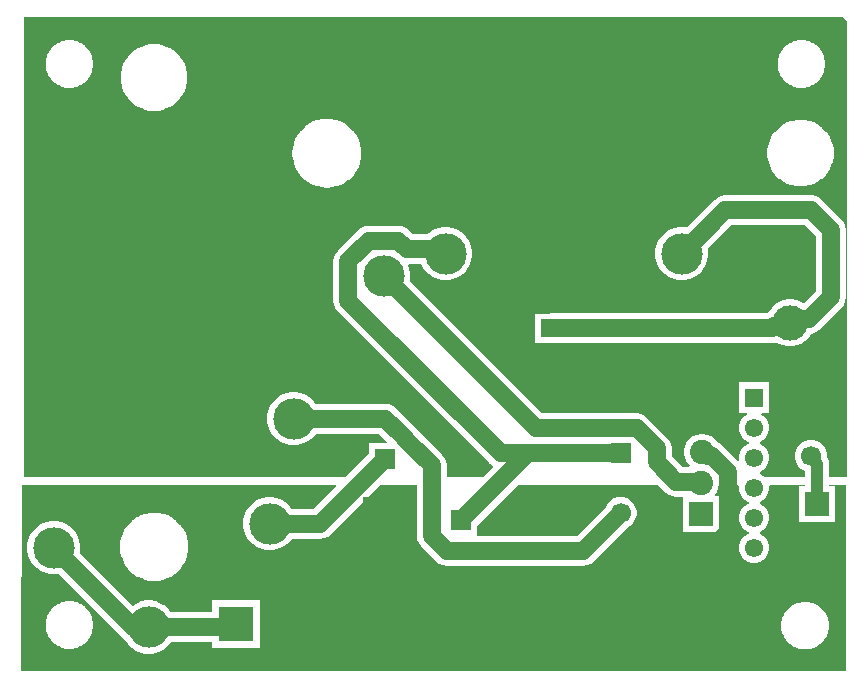
<source format=gbl>
G04*
G04 #@! TF.GenerationSoftware,Altium Limited,Altium Designer,23.7.1 (13)*
G04*
G04 Layer_Physical_Order=2*
G04 Layer_Color=16711680*
%FSAX25Y25*%
%MOIN*%
G70*
G04*
G04 #@! TF.SameCoordinates,D3BDAB34-4FC1-430C-B3A9-8A659056F9B6*
G04*
G04*
G04 #@! TF.FilePolarity,Positive*
G04*
G01*
G75*
%ADD10C,0.03937*%
%ADD11C,0.05906*%
%ADD12C,0.13780*%
%ADD13R,0.05906X0.05906*%
%ADD14C,0.05906*%
%ADD15C,0.06102*%
%ADD16R,0.06102X0.06102*%
%ADD17R,0.06693X0.06693*%
%ADD18C,0.06693*%
%ADD19R,0.08071X0.08071*%
%ADD20C,0.08071*%
%ADD21C,0.11811*%
%ADD22R,0.11811X0.11811*%
%ADD23R,0.07874X0.07874*%
%ADD24C,0.07874*%
%ADD25R,0.11811X0.11811*%
G36*
X0375000Y0325500D02*
Y0173500D01*
X0369003D01*
Y0177754D01*
X0368866Y0178790D01*
X0368466Y0179756D01*
X0368347Y0179912D01*
Y0181204D01*
X0367982Y0182564D01*
X0367278Y0183783D01*
X0366283Y0184778D01*
X0365064Y0185482D01*
X0363704Y0185846D01*
X0362296D01*
X0360936Y0185482D01*
X0359717Y0184778D01*
X0358722Y0183783D01*
X0358018Y0182564D01*
X0357653Y0181204D01*
Y0179796D01*
X0358018Y0178436D01*
X0358722Y0177217D01*
X0359717Y0176222D01*
X0360936Y0175518D01*
X0360997Y0175502D01*
Y0173500D01*
X0347643D01*
X0347101Y0174042D01*
X0345950Y0174707D01*
X0345789Y0174750D01*
Y0175250D01*
X0345950Y0175293D01*
X0347101Y0175958D01*
X0348042Y0176899D01*
X0348707Y0178050D01*
X0349051Y0179335D01*
Y0180665D01*
X0348707Y0181950D01*
X0348042Y0183101D01*
X0347101Y0184042D01*
X0345950Y0184707D01*
X0345789Y0184750D01*
Y0185250D01*
X0345950Y0185293D01*
X0347101Y0185958D01*
X0348042Y0186899D01*
X0348707Y0188050D01*
X0349051Y0189335D01*
Y0190665D01*
X0348707Y0191950D01*
X0348042Y0193102D01*
X0347101Y0194042D01*
X0346397Y0194449D01*
X0346531Y0194949D01*
X0349051D01*
Y0205051D01*
X0338949D01*
Y0194949D01*
X0341469D01*
X0341603Y0194449D01*
X0340898Y0194042D01*
X0339958Y0193102D01*
X0339293Y0191950D01*
X0338949Y0190665D01*
Y0189335D01*
X0339293Y0188050D01*
X0339958Y0186899D01*
X0340898Y0185958D01*
X0342050Y0185293D01*
X0342211Y0185250D01*
Y0184750D01*
X0342050Y0184707D01*
X0340898Y0184042D01*
X0339958Y0183101D01*
X0339293Y0181950D01*
X0338949Y0180665D01*
Y0179335D01*
X0338982Y0179212D01*
X0338533Y0178953D01*
X0333493Y0183994D01*
X0332458Y0184788D01*
X0331735Y0185087D01*
X0331310Y0185724D01*
X0330469Y0186564D01*
X0329481Y0187225D01*
X0328382Y0187680D01*
X0327217Y0187912D01*
X0326028D01*
X0324862Y0187680D01*
X0323763Y0187225D01*
X0322775Y0186564D01*
X0321934Y0185724D01*
X0321273Y0184735D01*
X0320819Y0183637D01*
X0320587Y0182471D01*
Y0181282D01*
X0320819Y0180116D01*
X0321273Y0179017D01*
X0321934Y0178029D01*
X0322571Y0177392D01*
X0322363Y0176892D01*
X0320172D01*
X0316476Y0180588D01*
Y0183160D01*
X0316306Y0184452D01*
X0315807Y0185657D01*
X0315013Y0186692D01*
X0308391Y0193314D01*
X0307356Y0194108D01*
X0306152Y0194607D01*
X0304859Y0194777D01*
X0294063D01*
X0293823Y0194746D01*
X0273319D01*
X0229232Y0238832D01*
X0229390Y0239624D01*
Y0241376D01*
X0229048Y0243093D01*
X0228618Y0244131D01*
X0228896Y0244547D01*
X0232953D01*
X0233252Y0243825D01*
X0234225Y0242369D01*
X0235463Y0241130D01*
X0236919Y0240157D01*
X0238537Y0239487D01*
X0240254Y0239146D01*
X0242006D01*
X0243723Y0239487D01*
X0245341Y0240157D01*
X0246797Y0241130D01*
X0248035Y0242369D01*
X0249008Y0243825D01*
X0249678Y0245442D01*
X0250020Y0247160D01*
Y0248911D01*
X0249678Y0250628D01*
X0249008Y0252246D01*
X0248035Y0253702D01*
X0246797Y0254941D01*
X0245341Y0255913D01*
X0243723Y0256584D01*
X0242006Y0256925D01*
X0240254D01*
X0238537Y0256584D01*
X0236919Y0255913D01*
X0235463Y0254941D01*
X0235060Y0254538D01*
X0230275D01*
X0228938Y0255875D01*
X0227903Y0256669D01*
X0226698Y0257168D01*
X0225405Y0257338D01*
X0215595D01*
X0214302Y0257168D01*
X0213097Y0256669D01*
X0212062Y0255875D01*
X0205125Y0248938D01*
X0204331Y0247903D01*
X0203832Y0246698D01*
X0203662Y0245405D01*
Y0232343D01*
X0203832Y0231050D01*
X0204331Y0229845D01*
X0205125Y0228810D01*
X0255985Y0177950D01*
X0256809Y0177318D01*
X0256907Y0176708D01*
X0253699Y0173500D01*
X0241495D01*
Y0177500D01*
X0241325Y0178793D01*
X0240826Y0179998D01*
X0240032Y0181032D01*
X0232636Y0188429D01*
X0232635Y0188430D01*
X0229733Y0191332D01*
X0229732Y0191333D01*
X0224564Y0196501D01*
X0223529Y0197295D01*
X0222324Y0197794D01*
X0221031Y0197964D01*
X0207786D01*
X0207547Y0197995D01*
X0197854D01*
X0197405Y0198667D01*
X0196167Y0199905D01*
X0194711Y0200878D01*
X0193093Y0201548D01*
X0191376Y0201890D01*
X0189624D01*
X0187907Y0201548D01*
X0186289Y0200878D01*
X0184833Y0199905D01*
X0183595Y0198667D01*
X0182622Y0197211D01*
X0181952Y0195593D01*
X0181610Y0193876D01*
Y0192124D01*
X0181952Y0190407D01*
X0182622Y0188789D01*
X0183595Y0187333D01*
X0184833Y0186095D01*
X0186289Y0185122D01*
X0187907Y0184452D01*
X0189624Y0184110D01*
X0191376D01*
X0193093Y0184452D01*
X0194711Y0185122D01*
X0196167Y0186095D01*
X0197405Y0187333D01*
X0197854Y0188005D01*
X0207339D01*
X0207578Y0187973D01*
X0218962D01*
X0221627Y0185308D01*
X0221436Y0184846D01*
X0215457D01*
Y0181218D01*
X0207738Y0173500D01*
X0100500D01*
Y0327000D01*
X0373500D01*
X0375000Y0325500D01*
D02*
G37*
G36*
X0374500Y0165500D02*
Y0109000D01*
X0099855D01*
X0099503Y0109355D01*
X0100000Y0171000D01*
X0204585Y0171000D01*
X0204777Y0170538D01*
X0197234Y0162996D01*
X0189854D01*
X0189405Y0163667D01*
X0188167Y0164905D01*
X0186711Y0165878D01*
X0185093Y0166548D01*
X0183376Y0166890D01*
X0181624D01*
X0179907Y0166548D01*
X0178289Y0165878D01*
X0176833Y0164905D01*
X0175595Y0163667D01*
X0174622Y0162211D01*
X0173952Y0160593D01*
X0173610Y0158876D01*
Y0157124D01*
X0173952Y0155407D01*
X0174622Y0153789D01*
X0175595Y0152333D01*
X0176833Y0151095D01*
X0178289Y0150122D01*
X0179907Y0149452D01*
X0181624Y0149110D01*
X0183376D01*
X0185093Y0149452D01*
X0186711Y0150122D01*
X0188167Y0151095D01*
X0189405Y0152333D01*
X0189854Y0153005D01*
X0199303D01*
X0200596Y0153175D01*
X0201801Y0153674D01*
X0202835Y0154468D01*
X0213500Y0165132D01*
Y0167000D01*
X0215368D01*
X0219368Y0171000D01*
X0231505D01*
Y0154000D01*
X0231675Y0152707D01*
X0232174Y0151502D01*
X0232968Y0150468D01*
X0237968Y0145468D01*
X0239002Y0144674D01*
X0240207Y0144175D01*
X0241500Y0144004D01*
X0286978D01*
X0288271Y0144175D01*
X0289476Y0144674D01*
X0290510Y0145468D01*
X0301569Y0156526D01*
X0302743Y0157204D01*
X0303739Y0158200D01*
X0304443Y0159419D01*
X0304807Y0160779D01*
Y0162187D01*
X0304443Y0163546D01*
X0303739Y0164765D01*
X0302743Y0165761D01*
X0301524Y0166465D01*
X0300165Y0166829D01*
X0298757D01*
X0297397Y0166465D01*
X0296178Y0165761D01*
X0295182Y0164765D01*
X0294504Y0163591D01*
X0284909Y0153996D01*
X0251693D01*
Y0157364D01*
X0265328Y0171000D01*
X0311935Y0171000D01*
X0314571Y0168365D01*
X0315605Y0167571D01*
X0316810Y0167072D01*
X0318103Y0166901D01*
X0320193D01*
Y0155053D01*
X0332264D01*
Y0167124D01*
X0331059D01*
X0330867Y0167586D01*
X0330916Y0167635D01*
X0331577Y0168624D01*
X0332032Y0169722D01*
X0332264Y0170888D01*
Y0171000D01*
X0338692D01*
X0338949Y0170665D01*
Y0169335D01*
X0339293Y0168050D01*
X0339958Y0166899D01*
X0340898Y0165958D01*
X0342050Y0165293D01*
X0342211Y0165250D01*
Y0164750D01*
X0342050Y0164707D01*
X0340898Y0164042D01*
X0339958Y0163101D01*
X0339293Y0161950D01*
X0338949Y0160665D01*
Y0159335D01*
X0339293Y0158050D01*
X0339958Y0156898D01*
X0340898Y0155958D01*
X0342050Y0155293D01*
X0342211Y0155250D01*
Y0154750D01*
X0342050Y0154707D01*
X0340898Y0154042D01*
X0339958Y0153102D01*
X0339293Y0151950D01*
X0338949Y0150665D01*
Y0149335D01*
X0339293Y0148050D01*
X0339958Y0146898D01*
X0340898Y0145958D01*
X0342050Y0145293D01*
X0343335Y0144949D01*
X0344665D01*
X0345950Y0145293D01*
X0347101Y0145958D01*
X0348042Y0146898D01*
X0348707Y0148050D01*
X0349051Y0149335D01*
Y0150665D01*
X0348707Y0151950D01*
X0348042Y0153102D01*
X0347101Y0154042D01*
X0345950Y0154707D01*
X0345789Y0154750D01*
Y0155250D01*
X0345950Y0155293D01*
X0347101Y0155958D01*
X0348042Y0156898D01*
X0348707Y0158050D01*
X0349051Y0159335D01*
Y0160665D01*
X0348707Y0161950D01*
X0348042Y0163101D01*
X0347101Y0164042D01*
X0345950Y0164707D01*
X0345789Y0164750D01*
Y0165250D01*
X0345950Y0165293D01*
X0347101Y0165958D01*
X0348042Y0166899D01*
X0348707Y0168050D01*
X0349051Y0169335D01*
Y0170665D01*
X0349308Y0171000D01*
X0360997D01*
Y0170437D01*
X0359063D01*
Y0158563D01*
X0370937D01*
Y0170437D01*
X0369003D01*
Y0171000D01*
X0374500D01*
Y0165500D01*
D02*
G37*
%LPC*%
G36*
X0360334Y0319197D02*
X0359170D01*
X0358973Y0319158D01*
X0358772D01*
X0357632Y0318931D01*
X0357446Y0318854D01*
X0357249Y0318814D01*
X0356174Y0318369D01*
X0356007Y0318258D01*
X0355822Y0318181D01*
X0354854Y0317535D01*
X0354713Y0317392D01*
X0354545Y0317281D01*
X0353723Y0316458D01*
X0353611Y0316291D01*
X0353469Y0316149D01*
X0352823Y0315182D01*
X0352746Y0314997D01*
X0352635Y0314830D01*
X0352189Y0313755D01*
X0352150Y0313558D01*
X0352073Y0313372D01*
X0351847Y0312231D01*
Y0312031D01*
X0351807Y0311834D01*
Y0310670D01*
X0351847Y0310473D01*
Y0310273D01*
X0352073Y0309132D01*
X0352150Y0308946D01*
X0352189Y0308749D01*
X0352635Y0307674D01*
X0352746Y0307507D01*
X0352823Y0307322D01*
X0353469Y0306354D01*
X0353611Y0306212D01*
X0353723Y0306046D01*
X0354545Y0305223D01*
X0354713Y0305111D01*
X0354854Y0304969D01*
X0355822Y0304323D01*
X0356007Y0304246D01*
X0356174Y0304135D01*
X0357249Y0303689D01*
X0357446Y0303650D01*
X0357632Y0303573D01*
X0358772Y0303346D01*
X0358973D01*
X0359170Y0303307D01*
X0360334D01*
X0360531Y0303346D01*
X0360731D01*
X0361872Y0303573D01*
X0362058Y0303650D01*
X0362255Y0303689D01*
X0363330Y0304135D01*
X0363497Y0304246D01*
X0363682Y0304323D01*
X0364649Y0304969D01*
X0364791Y0305111D01*
X0364958Y0305223D01*
X0365781Y0306046D01*
X0365893Y0306212D01*
X0366035Y0306354D01*
X0366681Y0307322D01*
X0366758Y0307507D01*
X0366869Y0307674D01*
X0367315Y0308749D01*
X0367354Y0308946D01*
X0367430Y0309132D01*
X0367657Y0310273D01*
Y0310473D01*
X0367697Y0310670D01*
Y0311834D01*
X0367657Y0312031D01*
Y0312231D01*
X0367430Y0313372D01*
X0367354Y0313558D01*
X0367315Y0313755D01*
X0366869Y0314830D01*
X0366758Y0314997D01*
X0366681Y0315182D01*
X0366035Y0316149D01*
X0365893Y0316291D01*
X0365781Y0316458D01*
X0364958Y0317281D01*
X0364791Y0317393D01*
X0364649Y0317535D01*
X0363682Y0318181D01*
X0363497Y0318258D01*
X0363330Y0318369D01*
X0362255Y0318814D01*
X0362058Y0318854D01*
X0361872Y0318931D01*
X0360731Y0319158D01*
X0360531D01*
X0360334Y0319197D01*
D02*
G37*
G36*
X0116330D02*
X0115166D01*
X0114969Y0319158D01*
X0114769D01*
X0113628Y0318931D01*
X0113442Y0318854D01*
X0113245Y0318814D01*
X0112170Y0318369D01*
X0112003Y0318258D01*
X0111818Y0318181D01*
X0110851Y0317535D01*
X0110708Y0317392D01*
X0110542Y0317281D01*
X0109719Y0316458D01*
X0109607Y0316291D01*
X0109465Y0316149D01*
X0108819Y0315182D01*
X0108742Y0314997D01*
X0108631Y0314830D01*
X0108186Y0313755D01*
X0108146Y0313558D01*
X0108070Y0313372D01*
X0107843Y0312231D01*
Y0312031D01*
X0107803Y0311834D01*
Y0310670D01*
X0107843Y0310473D01*
Y0310273D01*
X0108070Y0309132D01*
X0108146Y0308946D01*
X0108186Y0308749D01*
X0108631Y0307674D01*
X0108742Y0307507D01*
X0108819Y0307322D01*
X0109465Y0306354D01*
X0109607Y0306212D01*
X0109719Y0306046D01*
X0110542Y0305223D01*
X0110708Y0305111D01*
X0110851Y0304969D01*
X0111818Y0304323D01*
X0112003Y0304246D01*
X0112170Y0304135D01*
X0113245Y0303689D01*
X0113442Y0303650D01*
X0113628Y0303573D01*
X0114769Y0303346D01*
X0114969D01*
X0115166Y0303307D01*
X0116330D01*
X0116527Y0303346D01*
X0116727D01*
X0117868Y0303573D01*
X0118054Y0303650D01*
X0118251Y0303689D01*
X0119326Y0304135D01*
X0119493Y0304246D01*
X0119678Y0304323D01*
X0120645Y0304969D01*
X0120788Y0305111D01*
X0120955Y0305223D01*
X0121777Y0306046D01*
X0121889Y0306212D01*
X0122031Y0306354D01*
X0122677Y0307322D01*
X0122754Y0307507D01*
X0122865Y0307674D01*
X0123310Y0308749D01*
X0123350Y0308946D01*
X0123427Y0309132D01*
X0123653Y0310273D01*
Y0310473D01*
X0123693Y0310670D01*
Y0311834D01*
X0123653Y0312031D01*
Y0312231D01*
X0123427Y0313372D01*
X0123350Y0313558D01*
X0123310Y0313755D01*
X0122865Y0314830D01*
X0122754Y0314997D01*
X0122677Y0315182D01*
X0122031Y0316149D01*
X0121889Y0316291D01*
X0121777Y0316458D01*
X0120955Y0317281D01*
X0120788Y0317393D01*
X0120645Y0317535D01*
X0119678Y0318181D01*
X0119493Y0318258D01*
X0119326Y0318369D01*
X0118251Y0318814D01*
X0118054Y0318854D01*
X0117868Y0318931D01*
X0116727Y0319158D01*
X0116527D01*
X0116330Y0319197D01*
D02*
G37*
G36*
X0144849Y0317776D02*
X0143071D01*
X0142874Y0317737D01*
X0142673D01*
X0140929Y0317390D01*
X0140743Y0317313D01*
X0140546Y0317274D01*
X0138903Y0316593D01*
X0138736Y0316481D01*
X0138551Y0316405D01*
X0137072Y0315417D01*
X0136930Y0315275D01*
X0136763Y0315163D01*
X0135506Y0313906D01*
X0135394Y0313738D01*
X0135252Y0313597D01*
X0134264Y0312118D01*
X0134187Y0311932D01*
X0134076Y0311765D01*
X0133395Y0310122D01*
X0133356Y0309925D01*
X0133279Y0309740D01*
X0132932Y0307996D01*
Y0307795D01*
X0132893Y0307598D01*
Y0305820D01*
X0132932Y0305623D01*
Y0305422D01*
X0133279Y0303678D01*
X0133356Y0303492D01*
X0133395Y0303295D01*
X0134076Y0301652D01*
X0134187Y0301485D01*
X0134264Y0301299D01*
X0135252Y0299821D01*
X0135394Y0299679D01*
X0135506Y0299512D01*
X0136763Y0298254D01*
X0136930Y0298143D01*
X0137072Y0298001D01*
X0138551Y0297013D01*
X0138736Y0296936D01*
X0138903Y0296824D01*
X0140546Y0296144D01*
X0140743Y0296105D01*
X0140929Y0296028D01*
X0142673Y0295681D01*
X0142874D01*
X0143071Y0295641D01*
X0144849D01*
X0145046Y0295681D01*
X0145247D01*
X0146991Y0296028D01*
X0147177Y0296105D01*
X0147374Y0296144D01*
X0149017Y0296824D01*
X0149184Y0296936D01*
X0149369Y0297013D01*
X0150848Y0298001D01*
X0150990Y0298143D01*
X0151157Y0298254D01*
X0152414Y0299512D01*
X0152526Y0299679D01*
X0152668Y0299821D01*
X0153656Y0301299D01*
X0153733Y0301485D01*
X0153844Y0301652D01*
X0154525Y0303295D01*
X0154564Y0303492D01*
X0154641Y0303678D01*
X0154988Y0305422D01*
Y0305623D01*
X0155027Y0305820D01*
Y0307598D01*
X0154988Y0307795D01*
Y0307996D01*
X0154641Y0309740D01*
X0154564Y0309925D01*
X0154525Y0310122D01*
X0153844Y0311765D01*
X0153733Y0311932D01*
X0153656Y0312118D01*
X0152668Y0313597D01*
X0152526Y0313738D01*
X0152414Y0313906D01*
X0151157Y0315163D01*
X0150990Y0315275D01*
X0150848Y0315417D01*
X0149369Y0316405D01*
X0149184Y0316481D01*
X0149017Y0316593D01*
X0147374Y0317274D01*
X0147177Y0317313D01*
X0146991Y0317390D01*
X0145247Y0317737D01*
X0145046D01*
X0144849Y0317776D01*
D02*
G37*
G36*
X0360375Y0292578D02*
X0358594D01*
X0358398Y0292538D01*
X0358197D01*
X0356451Y0292191D01*
X0356265Y0292114D01*
X0356068Y0292075D01*
X0354423Y0291394D01*
X0354256Y0291282D01*
X0354070Y0291205D01*
X0352590Y0290216D01*
X0352448Y0290074D01*
X0352281Y0289963D01*
X0351022Y0288704D01*
X0350911Y0288537D01*
X0350769Y0288395D01*
X0349779Y0286914D01*
X0349703Y0286729D01*
X0349591Y0286562D01*
X0348910Y0284917D01*
X0348870Y0284720D01*
X0348794Y0284534D01*
X0348446Y0282788D01*
Y0282587D01*
X0348407Y0282390D01*
Y0280610D01*
X0348446Y0280413D01*
Y0280212D01*
X0348794Y0278466D01*
X0348870Y0278280D01*
X0348910Y0278083D01*
X0349591Y0276438D01*
X0349703Y0276271D01*
X0349779Y0276086D01*
X0350769Y0274605D01*
X0350911Y0274463D01*
X0351022Y0274296D01*
X0352281Y0273037D01*
X0352448Y0272926D01*
X0352590Y0272784D01*
X0354070Y0271795D01*
X0354256Y0271718D01*
X0354423Y0271606D01*
X0356068Y0270925D01*
X0356265Y0270886D01*
X0356451Y0270809D01*
X0358197Y0270462D01*
X0358398D01*
X0358594Y0270422D01*
X0360375D01*
X0360572Y0270462D01*
X0360773D01*
X0362519Y0270809D01*
X0362705Y0270886D01*
X0362901Y0270925D01*
X0364546Y0271606D01*
X0364713Y0271718D01*
X0364899Y0271795D01*
X0366379Y0272784D01*
X0366521Y0272926D01*
X0366688Y0273037D01*
X0367947Y0274296D01*
X0368059Y0274463D01*
X0368201Y0274605D01*
X0369190Y0276086D01*
X0369267Y0276271D01*
X0369378Y0276438D01*
X0370060Y0278083D01*
X0370099Y0278280D01*
X0370176Y0278466D01*
X0370523Y0280212D01*
Y0280413D01*
X0370562Y0280610D01*
Y0282390D01*
X0370523Y0282587D01*
Y0282788D01*
X0370176Y0284534D01*
X0370099Y0284720D01*
X0370060Y0284917D01*
X0369378Y0286562D01*
X0369267Y0286729D01*
X0369190Y0286914D01*
X0368201Y0288395D01*
X0368059Y0288537D01*
X0367947Y0288704D01*
X0366688Y0289963D01*
X0366521Y0290074D01*
X0366379Y0290216D01*
X0364899Y0291205D01*
X0364713Y0291282D01*
X0364546Y0291394D01*
X0362901Y0292075D01*
X0362705Y0292114D01*
X0362519Y0292191D01*
X0360773Y0292538D01*
X0360572D01*
X0360375Y0292578D01*
D02*
G37*
G36*
X0202501Y0292945D02*
X0200644D01*
X0200447Y0292905D01*
X0200247D01*
X0198425Y0292543D01*
X0198240Y0292466D01*
X0198043Y0292427D01*
X0196327Y0291716D01*
X0196160Y0291605D01*
X0195975Y0291528D01*
X0194431Y0290496D01*
X0194289Y0290354D01*
X0194122Y0290243D01*
X0192808Y0288930D01*
X0192697Y0288763D01*
X0192555Y0288621D01*
X0191523Y0287077D01*
X0191446Y0286891D01*
X0191335Y0286724D01*
X0190624Y0285008D01*
X0190585Y0284811D01*
X0190508Y0284626D01*
X0190146Y0282805D01*
Y0282604D01*
X0190107Y0282407D01*
Y0280550D01*
X0190146Y0280353D01*
Y0280152D01*
X0190508Y0278331D01*
X0190585Y0278145D01*
X0190624Y0277948D01*
X0191335Y0276233D01*
X0191446Y0276065D01*
X0191523Y0275880D01*
X0192555Y0274336D01*
X0192697Y0274194D01*
X0192808Y0274027D01*
X0194122Y0272714D01*
X0194289Y0272602D01*
X0194431Y0272460D01*
X0195975Y0271429D01*
X0196160Y0271352D01*
X0196327Y0271240D01*
X0198043Y0270530D01*
X0198240Y0270490D01*
X0198425Y0270413D01*
X0200247Y0270051D01*
X0200447D01*
X0200644Y0270012D01*
X0202501D01*
X0202698Y0270051D01*
X0202899D01*
X0204720Y0270413D01*
X0204906Y0270490D01*
X0205103Y0270530D01*
X0206819Y0271240D01*
X0206986Y0271352D01*
X0207171Y0271429D01*
X0208715Y0272460D01*
X0208857Y0272602D01*
X0209024Y0272714D01*
X0210337Y0274027D01*
X0210449Y0274194D01*
X0210591Y0274336D01*
X0211623Y0275880D01*
X0211699Y0276065D01*
X0211811Y0276233D01*
X0212522Y0277948D01*
X0212561Y0278145D01*
X0212638Y0278331D01*
X0213000Y0280152D01*
Y0280353D01*
X0213039Y0280550D01*
Y0282407D01*
X0213000Y0282604D01*
Y0282805D01*
X0212638Y0284626D01*
X0212561Y0284811D01*
X0212522Y0285008D01*
X0211811Y0286724D01*
X0211699Y0286891D01*
X0211623Y0287077D01*
X0210591Y0288621D01*
X0210449Y0288763D01*
X0210337Y0288930D01*
X0209024Y0290243D01*
X0208857Y0290354D01*
X0208715Y0290496D01*
X0207171Y0291528D01*
X0206986Y0291605D01*
X0206819Y0291716D01*
X0205103Y0292427D01*
X0204906Y0292466D01*
X0204720Y0292543D01*
X0202899Y0292905D01*
X0202698D01*
X0202501Y0292945D01*
D02*
G37*
G36*
X0363041Y0267495D02*
X0334335D01*
X0333042Y0267325D01*
X0331837Y0266826D01*
X0330802Y0266032D01*
X0321537Y0256768D01*
X0320746Y0256925D01*
X0318994D01*
X0317277Y0256584D01*
X0315659Y0255913D01*
X0314203Y0254941D01*
X0312965Y0253702D01*
X0311992Y0252246D01*
X0311322Y0250628D01*
X0310980Y0248911D01*
Y0247160D01*
X0311322Y0245442D01*
X0311992Y0243825D01*
X0312965Y0242369D01*
X0314203Y0241130D01*
X0315659Y0240157D01*
X0317277Y0239487D01*
X0318994Y0239146D01*
X0320746D01*
X0322463Y0239487D01*
X0324081Y0240157D01*
X0325537Y0241130D01*
X0326775Y0242369D01*
X0327748Y0243825D01*
X0328418Y0245442D01*
X0328760Y0247160D01*
Y0248911D01*
X0328602Y0249703D01*
X0336404Y0257505D01*
X0360971D01*
X0364505Y0253971D01*
Y0235556D01*
X0360470Y0231521D01*
X0359745Y0232006D01*
X0358306Y0232602D01*
X0356779Y0232906D01*
X0355221D01*
X0353694Y0232602D01*
X0352255Y0232006D01*
X0350960Y0231141D01*
X0349859Y0230040D01*
X0348994Y0228745D01*
X0348885Y0228482D01*
X0348197Y0228196D01*
X0348017Y0228059D01*
X0276000D01*
X0275675Y0228016D01*
X0271047D01*
Y0223388D01*
X0271005Y0223063D01*
X0271047Y0222738D01*
Y0218110D01*
X0275675D01*
X0276000Y0218068D01*
X0349887D01*
X0351180Y0218238D01*
X0351619Y0218420D01*
X0352255Y0217994D01*
X0353694Y0217398D01*
X0355221Y0217094D01*
X0356779D01*
X0358306Y0217398D01*
X0359745Y0217994D01*
X0361039Y0218859D01*
X0362141Y0219960D01*
X0363000Y0221247D01*
X0363436Y0221305D01*
X0364641Y0221804D01*
X0365675Y0222598D01*
X0373032Y0229955D01*
X0373826Y0230989D01*
X0374325Y0232194D01*
X0374496Y0233487D01*
Y0256041D01*
X0374325Y0257334D01*
X0373826Y0258538D01*
X0373032Y0259573D01*
X0366573Y0266032D01*
X0365538Y0266826D01*
X0364334Y0267325D01*
X0363733Y0267404D01*
X0363041Y0267495D01*
D02*
G37*
G36*
X0144920Y0161672D02*
X0143080D01*
X0142883Y0161633D01*
X0142682D01*
X0140877Y0161274D01*
X0140692Y0161197D01*
X0140495Y0161158D01*
X0138795Y0160453D01*
X0138628Y0160342D01*
X0138442Y0160265D01*
X0136912Y0159243D01*
X0136770Y0159100D01*
X0136603Y0158989D01*
X0135302Y0157688D01*
X0135191Y0157521D01*
X0135049Y0157379D01*
X0134026Y0155849D01*
X0133949Y0155663D01*
X0133838Y0155496D01*
X0133134Y0153796D01*
X0133095Y0153599D01*
X0133018Y0153414D01*
X0132659Y0151609D01*
Y0151408D01*
X0132620Y0151211D01*
Y0149371D01*
X0132659Y0149174D01*
Y0148973D01*
X0133018Y0147169D01*
X0133095Y0146983D01*
X0133134Y0146786D01*
X0133838Y0145086D01*
X0133949Y0144919D01*
X0134026Y0144734D01*
X0135049Y0143204D01*
X0135191Y0143062D01*
X0135302Y0142895D01*
X0136603Y0141594D01*
X0136770Y0141482D01*
X0136912Y0141340D01*
X0138442Y0140318D01*
X0138628Y0140241D01*
X0138795Y0140129D01*
X0140495Y0139425D01*
X0140692Y0139386D01*
X0140877Y0139309D01*
X0142682Y0138950D01*
X0142883D01*
X0143080Y0138911D01*
X0144920D01*
X0145117Y0138950D01*
X0145318D01*
X0147123Y0139309D01*
X0147308Y0139386D01*
X0147505Y0139425D01*
X0149205Y0140129D01*
X0149372Y0140241D01*
X0149557Y0140318D01*
X0151087Y0141340D01*
X0151230Y0141482D01*
X0151397Y0141594D01*
X0152698Y0142895D01*
X0152809Y0143062D01*
X0152951Y0143204D01*
X0153973Y0144734D01*
X0154050Y0144919D01*
X0154162Y0145086D01*
X0154866Y0146786D01*
X0154905Y0146983D01*
X0154982Y0147169D01*
X0155341Y0148973D01*
Y0149174D01*
X0155380Y0149371D01*
Y0151211D01*
X0155341Y0151408D01*
Y0151609D01*
X0154982Y0153414D01*
X0154905Y0153599D01*
X0154866Y0153796D01*
X0154162Y0155496D01*
X0154050Y0155663D01*
X0153973Y0155849D01*
X0152951Y0157379D01*
X0152809Y0157521D01*
X0152698Y0157688D01*
X0151397Y0158989D01*
X0151230Y0159101D01*
X0151087Y0159243D01*
X0149557Y0160265D01*
X0149372Y0160342D01*
X0149205Y0160453D01*
X0147505Y0161158D01*
X0147308Y0161197D01*
X0147123Y0161274D01*
X0145318Y0161633D01*
X0145117D01*
X0144920Y0161672D01*
D02*
G37*
G36*
X0111417Y0158848D02*
X0109666D01*
X0107949Y0158507D01*
X0106331Y0157836D01*
X0104875Y0156864D01*
X0103636Y0155625D01*
X0102664Y0154169D01*
X0101993Y0152551D01*
X0101652Y0150834D01*
Y0149083D01*
X0101993Y0147365D01*
X0102664Y0145748D01*
X0103636Y0144291D01*
X0104875Y0143053D01*
X0106331Y0142080D01*
X0107949Y0141410D01*
X0109666Y0141069D01*
X0111417D01*
X0112209Y0141226D01*
X0133468Y0119968D01*
X0134275Y0119348D01*
X0134300Y0119289D01*
X0135272Y0117833D01*
X0136511Y0116595D01*
X0137967Y0115622D01*
X0139585Y0114952D01*
X0141302Y0114610D01*
X0143053D01*
X0144771Y0114952D01*
X0146388Y0115622D01*
X0147844Y0116595D01*
X0149083Y0117833D01*
X0149531Y0118505D01*
X0163409D01*
Y0116595D01*
X0179220D01*
Y0132405D01*
X0163409D01*
Y0128496D01*
X0149531D01*
X0149083Y0129167D01*
X0147844Y0130405D01*
X0146388Y0131378D01*
X0144771Y0132048D01*
X0143053Y0132390D01*
X0141302D01*
X0139585Y0132048D01*
X0137967Y0131378D01*
X0136900Y0130665D01*
X0119274Y0148291D01*
X0119431Y0149083D01*
Y0150834D01*
X0119090Y0152551D01*
X0118420Y0154169D01*
X0117447Y0155625D01*
X0116209Y0156864D01*
X0114752Y0157836D01*
X0113135Y0158507D01*
X0111417Y0158848D01*
D02*
G37*
G36*
X0116330Y0132193D02*
X0115166D01*
X0114969Y0132153D01*
X0114769D01*
X0113628Y0131927D01*
X0113442Y0131850D01*
X0113245Y0131810D01*
X0112170Y0131365D01*
X0112003Y0131254D01*
X0111818Y0131177D01*
X0110851Y0130531D01*
X0110708Y0130389D01*
X0110542Y0130277D01*
X0109719Y0129455D01*
X0109607Y0129288D01*
X0109465Y0129146D01*
X0108819Y0128178D01*
X0108742Y0127993D01*
X0108631Y0127826D01*
X0108186Y0126751D01*
X0108146Y0126554D01*
X0108070Y0126368D01*
X0107843Y0125227D01*
Y0125027D01*
X0107803Y0124830D01*
Y0123666D01*
X0107843Y0123469D01*
Y0123269D01*
X0108070Y0122128D01*
X0108146Y0121942D01*
X0108186Y0121745D01*
X0108631Y0120670D01*
X0108742Y0120503D01*
X0108819Y0120318D01*
X0109465Y0119351D01*
X0109607Y0119209D01*
X0109719Y0119042D01*
X0110542Y0118219D01*
X0110708Y0118107D01*
X0110851Y0117965D01*
X0111818Y0117319D01*
X0112003Y0117242D01*
X0112170Y0117131D01*
X0113245Y0116685D01*
X0113442Y0116646D01*
X0113628Y0116569D01*
X0114769Y0116342D01*
X0114969D01*
X0115166Y0116303D01*
X0116330D01*
X0116527Y0116342D01*
X0116727D01*
X0117868Y0116569D01*
X0118054Y0116646D01*
X0118251Y0116685D01*
X0119326Y0117131D01*
X0119493Y0117242D01*
X0119678Y0117319D01*
X0120645Y0117965D01*
X0120788Y0118107D01*
X0120955Y0118219D01*
X0121777Y0119042D01*
X0121889Y0119209D01*
X0122031Y0119351D01*
X0122677Y0120318D01*
X0122754Y0120503D01*
X0122865Y0120670D01*
X0123310Y0121745D01*
X0123350Y0121942D01*
X0123427Y0122128D01*
X0123653Y0123269D01*
Y0123469D01*
X0123693Y0123666D01*
Y0124830D01*
X0123653Y0125027D01*
Y0125227D01*
X0123427Y0126368D01*
X0123350Y0126554D01*
X0123310Y0126751D01*
X0122865Y0127826D01*
X0122754Y0127993D01*
X0122677Y0128178D01*
X0122031Y0129146D01*
X0121889Y0129288D01*
X0121777Y0129455D01*
X0120955Y0130277D01*
X0120788Y0130389D01*
X0120645Y0130531D01*
X0119678Y0131177D01*
X0119493Y0131254D01*
X0119326Y0131365D01*
X0118251Y0131810D01*
X0118054Y0131850D01*
X0117868Y0131927D01*
X0116727Y0132153D01*
X0116527D01*
X0116330Y0132193D01*
D02*
G37*
G36*
X0361582Y0131945D02*
X0360418D01*
X0360221Y0131905D01*
X0360020D01*
X0358880Y0131679D01*
X0358694Y0131602D01*
X0358497Y0131562D01*
X0357422Y0131117D01*
X0357255Y0131006D01*
X0357070Y0130929D01*
X0356102Y0130283D01*
X0355960Y0130141D01*
X0355793Y0130029D01*
X0354971Y0129207D01*
X0354859Y0129040D01*
X0354717Y0128898D01*
X0354071Y0127930D01*
X0353994Y0127745D01*
X0353883Y0127578D01*
X0353437Y0126503D01*
X0353398Y0126306D01*
X0353321Y0126120D01*
X0353095Y0124979D01*
Y0124779D01*
X0353055Y0124582D01*
Y0123418D01*
X0353095Y0123221D01*
Y0123021D01*
X0353321Y0121880D01*
X0353398Y0121694D01*
X0353437Y0121497D01*
X0353883Y0120422D01*
X0353994Y0120255D01*
X0354071Y0120070D01*
X0354717Y0119103D01*
X0354859Y0118960D01*
X0354971Y0118793D01*
X0355793Y0117971D01*
X0355960Y0117859D01*
X0356102Y0117717D01*
X0357070Y0117071D01*
X0357255Y0116994D01*
X0357422Y0116883D01*
X0358497Y0116437D01*
X0358694Y0116398D01*
X0358880Y0116321D01*
X0360020Y0116095D01*
X0360221D01*
X0360418Y0116055D01*
X0361582D01*
X0361779Y0116095D01*
X0361980D01*
X0363120Y0116321D01*
X0363306Y0116398D01*
X0363503Y0116437D01*
X0364578Y0116883D01*
X0364745Y0116994D01*
X0364930Y0117071D01*
X0365897Y0117717D01*
X0366039Y0117859D01*
X0366206Y0117971D01*
X0367029Y0118793D01*
X0367141Y0118960D01*
X0367283Y0119103D01*
X0367929Y0120070D01*
X0368006Y0120255D01*
X0368117Y0120422D01*
X0368563Y0121497D01*
X0368602Y0121694D01*
X0368679Y0121880D01*
X0368905Y0123021D01*
Y0123221D01*
X0368945Y0123418D01*
Y0124582D01*
X0368905Y0124779D01*
Y0124979D01*
X0368679Y0126120D01*
X0368602Y0126306D01*
X0368563Y0126503D01*
X0368117Y0127578D01*
X0368006Y0127745D01*
X0367929Y0127930D01*
X0367283Y0128898D01*
X0367141Y0129040D01*
X0367029Y0129206D01*
X0366207Y0130029D01*
X0366039Y0130141D01*
X0365897Y0130283D01*
X0364930Y0130929D01*
X0364745Y0131006D01*
X0364578Y0131117D01*
X0363503Y0131562D01*
X0363306Y0131602D01*
X0363120Y0131679D01*
X0361980Y0131905D01*
X0361779D01*
X0361582Y0131945D01*
D02*
G37*
%LPD*%
D10*
X0365000Y0164500D02*
Y0177754D01*
X0363000Y0179754D02*
X0365000Y0177754D01*
X0363000Y0179754D02*
Y0180500D01*
D11*
X0220500Y0240500D02*
X0271250Y0189750D01*
X0208658Y0232343D02*
X0259517Y0181483D01*
X0195429Y0249803D02*
X0203000Y0257374D01*
X0215595Y0252343D02*
X0225405D01*
X0239623Y0249542D02*
X0243723D01*
X0195429Y0230000D02*
Y0249803D01*
X0225405Y0252343D02*
X0228206Y0249542D01*
X0203000Y0257374D02*
X0205131D01*
X0228206Y0249542D02*
X0239623D01*
X0208658Y0245405D02*
X0215595Y0252343D01*
X0208658Y0232343D02*
Y0245405D01*
X0328864Y0124356D02*
X0346000D01*
X0236500Y0154000D02*
X0241500Y0149000D01*
X0286978D02*
X0299461Y0161483D01*
X0241500Y0149000D02*
X0286978D01*
X0236500Y0154000D02*
Y0177500D01*
X0142177Y0123500D02*
X0170315D01*
X0137000D02*
X0142177D01*
X0109500Y0151000D02*
X0137000Y0123500D01*
X0207578Y0192968D02*
X0221031D01*
X0226201Y0187799D01*
X0226201D01*
X0229102Y0184898D02*
X0236500Y0177500D01*
X0226201Y0187799D02*
X0229102Y0184898D01*
Y0184898D02*
Y0184898D01*
X0298787Y0133500D02*
X0317388Y0152101D01*
X0332315D01*
X0285287Y0120000D02*
X0298787Y0133500D01*
X0315500D01*
X0293500Y0248831D02*
Y0248911D01*
X0349887Y0223063D02*
X0350694Y0223870D01*
X0276000Y0223063D02*
X0349887D01*
X0353272Y0223870D02*
X0355532Y0226130D01*
X0350694Y0223870D02*
X0353272D01*
X0328500Y0124356D02*
X0328864D01*
X0328864Y0124356D01*
X0365000Y0143356D02*
Y0154500D01*
X0271250Y0189750D02*
X0294031D01*
X0363041Y0262500D02*
X0369500Y0256041D01*
X0362143Y0226130D02*
X0369500Y0233487D01*
Y0256041D01*
X0335216Y0155002D02*
Y0175206D01*
X0332315Y0152101D02*
X0335216Y0155002D01*
X0329961Y0180462D02*
X0335216Y0175206D01*
X0329559Y0180471D02*
X0329568Y0180462D01*
X0327208Y0181876D02*
X0328613Y0180471D01*
X0329568Y0180462D02*
X0329961D01*
X0328613Y0180471D02*
X0329559D01*
X0311481Y0178519D02*
Y0183160D01*
X0294063Y0189782D02*
X0304859D01*
X0318103Y0171897D02*
X0325814D01*
X0311481Y0178519D02*
X0318103Y0171897D01*
X0304859Y0189782D02*
X0311481Y0183160D01*
X0294031Y0189750D02*
X0294063Y0189782D01*
X0259517Y0181483D02*
X0268746D01*
X0190500Y0193000D02*
X0207547D01*
X0207578Y0192968D01*
X0334335Y0262500D02*
X0363041D01*
X0355532Y0226130D02*
X0362143D01*
X0319870Y0248035D02*
X0334335Y0262500D01*
X0246346Y0159083D02*
X0268746Y0181483D01*
X0299461D01*
X0325814Y0171897D02*
X0326228Y0171483D01*
X0326622Y0181876D02*
X0327208D01*
X0220653Y0142349D02*
Y0154153D01*
X0199303Y0158000D02*
X0220803Y0179500D01*
X0182500Y0158000D02*
X0199303D01*
X0220653Y0159349D02*
X0220803Y0159500D01*
X0220653Y0154153D02*
Y0159349D01*
X0170315Y0123500D02*
X0171315Y0124500D01*
D12*
X0220500Y0240500D02*
D03*
X0241130Y0248035D02*
D03*
X0177500Y0301500D02*
D03*
X0142177Y0123500D02*
D03*
X0190500Y0193000D02*
D03*
X0182500Y0158000D02*
D03*
X0110542Y0149958D02*
D03*
X0319870Y0248035D02*
D03*
D13*
X0276000Y0223063D02*
D03*
D14*
Y0231331D02*
D03*
D15*
X0344000Y0180000D02*
D03*
Y0170000D02*
D03*
Y0160000D02*
D03*
Y0150000D02*
D03*
Y0130000D02*
D03*
Y0190000D02*
D03*
Y0140000D02*
D03*
D16*
Y0200000D02*
D03*
D17*
X0220803Y0179500D02*
D03*
X0299461Y0181483D02*
D03*
X0246346Y0159083D02*
D03*
D18*
X0220803Y0159500D02*
D03*
X0299461Y0161483D02*
D03*
X0246346Y0179083D02*
D03*
X0328500Y0124356D02*
D03*
X0363000Y0180500D02*
D03*
D19*
X0326228Y0161089D02*
D03*
D20*
Y0171483D02*
D03*
X0326622Y0181876D02*
D03*
D21*
X0356000Y0225000D02*
D03*
X0191000Y0124500D02*
D03*
D22*
X0356000Y0244685D02*
D03*
D23*
X0365000Y0164500D02*
D03*
D24*
Y0154500D02*
D03*
D25*
X0171315Y0124500D02*
D03*
M02*

</source>
